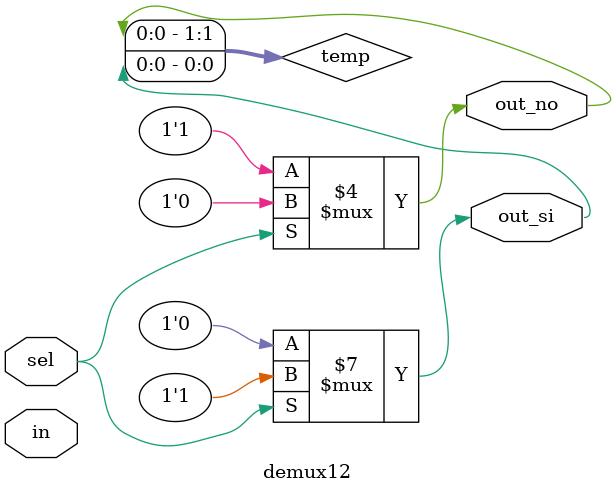
<source format=v>
module demux12 (in, sel ,out_si,out_no);
	input in;
	input sel;
	output out_si;
	output out_no;
	reg [1:0]temp;
	always @(*)
		begin
			if (sel==1)
				begin
					temp[0]=1;
					temp[1]=0;
				end		
			else
				begin
					temp[1]=1;
					temp[0]=0;
				end		
		end		
	assign out_si=temp[0];
	assign out_no=temp[1];
endmodule	

</source>
